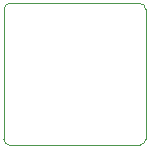
<source format=gbr>
%TF.GenerationSoftware,KiCad,Pcbnew,7.0.7*%
%TF.CreationDate,2023-10-19T21:29:00-04:00*%
%TF.ProjectId,BMP390_I2C_breakout,424d5033-3930-45f4-9932-435f62726561,rev?*%
%TF.SameCoordinates,Original*%
%TF.FileFunction,Profile,NP*%
%FSLAX46Y46*%
G04 Gerber Fmt 4.6, Leading zero omitted, Abs format (unit mm)*
G04 Created by KiCad (PCBNEW 7.0.7) date 2023-10-19 21:29:00*
%MOMM*%
%LPD*%
G01*
G04 APERTURE LIST*
%TA.AperFunction,Profile*%
%ADD10C,0.050000*%
%TD*%
G04 APERTURE END LIST*
D10*
X139000000Y-84000000D02*
X139000000Y-95000000D01*
X139500000Y-95500000D02*
X150500000Y-95500000D01*
X151000000Y-95000000D02*
X151000000Y-84000000D01*
X150500000Y-83500000D02*
X139500000Y-83500000D01*
X150500000Y-95500000D02*
G75*
G03*
X151000000Y-95000000I0J500000D01*
G01*
X151000000Y-84000000D02*
G75*
G03*
X150500000Y-83500000I-500000J0D01*
G01*
X139000000Y-95000000D02*
G75*
G03*
X139500000Y-95500000I500000J0D01*
G01*
X139500000Y-83500000D02*
G75*
G03*
X139000000Y-84000000I0J-500000D01*
G01*
M02*

</source>
